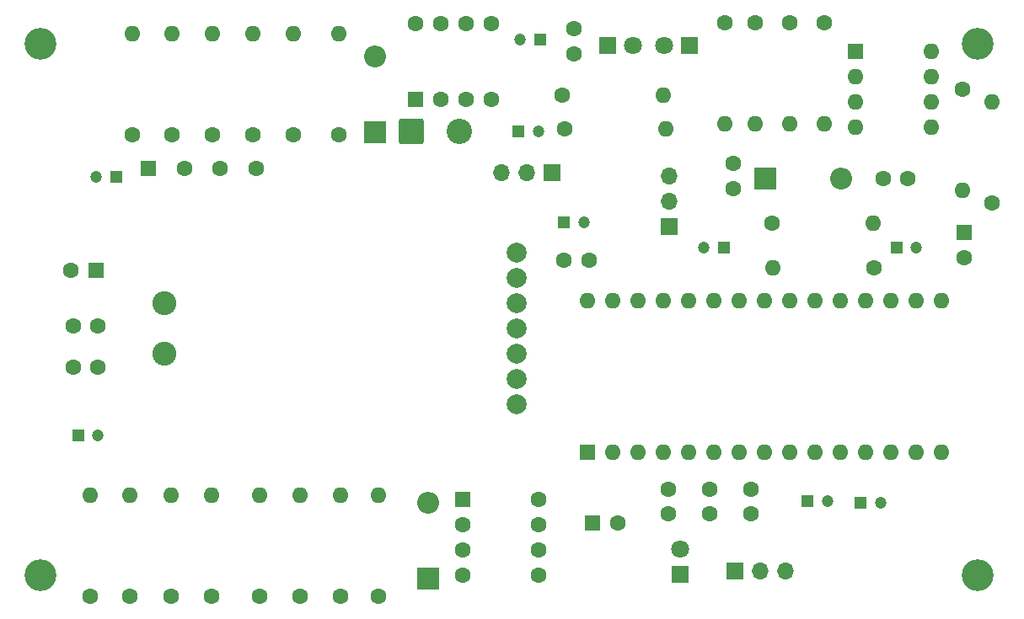
<source format=gts>
%TF.GenerationSoftware,KiCad,Pcbnew,9.0.0*%
%TF.CreationDate,2025-03-25T19:27:29-07:00*%
%TF.ProjectId,Speedometer,53706565-646f-46d6-9574-65722e6b6963,v1*%
%TF.SameCoordinates,Original*%
%TF.FileFunction,Soldermask,Top*%
%TF.FilePolarity,Negative*%
%FSLAX46Y46*%
G04 Gerber Fmt 4.6, Leading zero omitted, Abs format (unit mm)*
G04 Created by KiCad (PCBNEW 9.0.0) date 2025-03-25 19:27:29*
%MOMM*%
%LPD*%
G01*
G04 APERTURE LIST*
G04 Aperture macros list*
%AMRoundRect*
0 Rectangle with rounded corners*
0 $1 Rounding radius*
0 $2 $3 $4 $5 $6 $7 $8 $9 X,Y pos of 4 corners*
0 Add a 4 corners polygon primitive as box body*
4,1,4,$2,$3,$4,$5,$6,$7,$8,$9,$2,$3,0*
0 Add four circle primitives for the rounded corners*
1,1,$1+$1,$2,$3*
1,1,$1+$1,$4,$5*
1,1,$1+$1,$6,$7*
1,1,$1+$1,$8,$9*
0 Add four rect primitives between the rounded corners*
20,1,$1+$1,$2,$3,$4,$5,0*
20,1,$1+$1,$4,$5,$6,$7,0*
20,1,$1+$1,$6,$7,$8,$9,0*
20,1,$1+$1,$8,$9,$2,$3,0*%
G04 Aperture macros list end*
%ADD10C,3.200000*%
%ADD11O,1.600000X1.600000*%
%ADD12C,1.600000*%
%ADD13RoundRect,0.250000X-0.550000X-0.550000X0.550000X-0.550000X0.550000X0.550000X-0.550000X0.550000X0*%
%ADD14R,1.700000X1.700000*%
%ADD15O,1.700000X1.700000*%
%ADD16R,2.200000X2.200000*%
%ADD17O,2.200000X2.200000*%
%ADD18R,1.800000X1.800000*%
%ADD19C,1.800000*%
%ADD20R,1.600000X1.600000*%
%ADD21R,1.200000X1.200000*%
%ADD22C,1.200000*%
%ADD23RoundRect,0.250000X0.550000X-0.550000X0.550000X0.550000X-0.550000X0.550000X-0.550000X-0.550000X0*%
%ADD24RoundRect,0.249999X-1.025001X-1.025001X1.025001X-1.025001X1.025001X1.025001X-1.025001X1.025001X0*%
%ADD25C,2.550000*%
%ADD26C,2.004000*%
%ADD27C,2.404000*%
G04 APERTURE END LIST*
D10*
%TO.C,H3*%
X158600000Y-51200000D03*
%TD*%
%TO.C,H2*%
X158600000Y-104600000D03*
%TD*%
%TO.C,H1*%
X64400000Y-51200000D03*
%TD*%
D11*
%TO.C,R8*%
X69450000Y-96600000D03*
D12*
X69450000Y-106760000D03*
%TD*%
D11*
%TO.C,R18*%
X81600000Y-96600000D03*
D12*
X81600000Y-106760000D03*
%TD*%
D11*
%TO.C,R16*%
X77550000Y-96600000D03*
D12*
X77550000Y-106760000D03*
%TD*%
D11*
%TO.C,R23*%
X94550000Y-96600000D03*
D12*
X94550000Y-106760000D03*
%TD*%
D11*
%TO.C,R19*%
X86450000Y-96600000D03*
D12*
X86450000Y-106760000D03*
%TD*%
D11*
%TO.C,R24*%
X73400000Y-96600000D03*
D12*
X73400000Y-106760000D03*
%TD*%
D11*
%TO.C,R22*%
X90500000Y-96600000D03*
D12*
X90500000Y-106760000D03*
%TD*%
D11*
%TO.C,R10*%
X98400000Y-96600000D03*
D12*
X98400000Y-106760000D03*
%TD*%
D13*
%TO.C,U6*%
X106795000Y-96990000D03*
D12*
X106795000Y-99530000D03*
X106795000Y-102070000D03*
X106795000Y-104610000D03*
X114415000Y-104610000D03*
X114415000Y-102070000D03*
X114415000Y-99530000D03*
X114415000Y-96990000D03*
%TD*%
D14*
%TO.C,U4*%
X134220000Y-104220000D03*
D15*
X136760000Y-104220000D03*
X139300000Y-104220000D03*
%TD*%
D16*
%TO.C,D6*%
X103400000Y-105020000D03*
D17*
X103400000Y-97400000D03*
%TD*%
D18*
%TO.C,D5*%
X128660000Y-104580000D03*
D19*
X128660000Y-102040000D03*
%TD*%
D20*
%TO.C,C21*%
X119900000Y-99400000D03*
D12*
X122400000Y-99400000D03*
%TD*%
%TO.C,C20*%
X135800000Y-98500000D03*
X135800000Y-96000000D03*
%TD*%
%TO.C,C18*%
X131650000Y-98500000D03*
X131650000Y-96000000D03*
%TD*%
%TO.C,C13*%
X127500000Y-98500000D03*
X127500000Y-96000000D03*
%TD*%
D21*
%TO.C,C12*%
X146800000Y-97400000D03*
D22*
X148800000Y-97400000D03*
%TD*%
D21*
%TO.C,C9*%
X141500000Y-97200000D03*
D22*
X143500000Y-97200000D03*
%TD*%
D21*
%TO.C,C7*%
X68200000Y-90600000D03*
D22*
X70200000Y-90600000D03*
%TD*%
D18*
%TO.C,D1*%
X129600000Y-51400000D03*
D19*
X127060000Y-51400000D03*
%TD*%
D12*
%TO.C,C14*%
X70200000Y-79550000D03*
X67700000Y-79550000D03*
%TD*%
%TO.C,C2*%
X117000000Y-73000000D03*
X119500000Y-73000000D03*
%TD*%
%TO.C,C11*%
X70200000Y-83700000D03*
X67700000Y-83700000D03*
%TD*%
D21*
%TO.C,C15*%
X114600000Y-50800000D03*
D22*
X112600000Y-50800000D03*
%TD*%
D23*
%TO.C,U5*%
X102120000Y-56820000D03*
D12*
X104660000Y-56820000D03*
X107200000Y-56820000D03*
X109740000Y-56820000D03*
X109740000Y-49200000D03*
X107200000Y-49200000D03*
X104660000Y-49200000D03*
X102120000Y-49200000D03*
%TD*%
%TO.C,R1*%
X133181046Y-49094564D03*
D11*
X133181046Y-59254564D03*
%TD*%
D12*
%TO.C,R11*%
X94400000Y-60360000D03*
D11*
X94400000Y-50200000D03*
%TD*%
D12*
%TO.C,R3*%
X139681046Y-49094564D03*
D11*
X139681046Y-59254564D03*
%TD*%
D20*
%TO.C,UNIT_2*%
X119340000Y-92240000D03*
D11*
X121880000Y-92240000D03*
X124420000Y-92240000D03*
X126960000Y-92240000D03*
X129500000Y-92240000D03*
X132040000Y-92240000D03*
X134580000Y-92240000D03*
X137120000Y-92240000D03*
X139660000Y-92240000D03*
X142200000Y-92240000D03*
X144740000Y-92240000D03*
X147280000Y-92240000D03*
X149820000Y-92240000D03*
X152360000Y-92240000D03*
X154900000Y-92240000D03*
X154900000Y-77000000D03*
X152360000Y-77000000D03*
X149820000Y-77000000D03*
X147280000Y-77000000D03*
X144740000Y-77000000D03*
X142200000Y-77000000D03*
X139660000Y-77000000D03*
X137120000Y-77000000D03*
X134580000Y-77000000D03*
X132040000Y-77000000D03*
X129500000Y-77000000D03*
X126960000Y-77000000D03*
X124420000Y-77000000D03*
X121880000Y-77000000D03*
X119340000Y-77000000D03*
%TD*%
D21*
%TO.C,C1*%
X117000000Y-69200000D03*
D22*
X119000000Y-69200000D03*
%TD*%
D12*
%TO.C,R13*%
X116800000Y-56400000D03*
D11*
X126960000Y-56400000D03*
%TD*%
D12*
%TO.C,R7*%
X137885988Y-69238035D03*
D11*
X148045988Y-69238035D03*
%TD*%
D12*
%TO.C,R12*%
X77650000Y-60360000D03*
D11*
X77650000Y-50200000D03*
%TD*%
D12*
%TO.C,C3*%
X134045988Y-63238035D03*
X134045988Y-65738035D03*
%TD*%
%TO.C,R2*%
X136181046Y-49094564D03*
D11*
X136181046Y-59254564D03*
%TD*%
D10*
%TO.C,H4*%
X64400000Y-104600000D03*
%TD*%
D12*
%TO.C,R5*%
X160000000Y-67200000D03*
D11*
X160000000Y-57040000D03*
%TD*%
D12*
%TO.C,R20*%
X89800000Y-60360000D03*
D11*
X89800000Y-50200000D03*
%TD*%
D21*
%TO.C,C6*%
X150400000Y-71738035D03*
D22*
X152400000Y-71738035D03*
%TD*%
D24*
%TO.C,J1*%
X101700000Y-60000000D03*
D25*
X106500000Y-60000000D03*
%TD*%
D12*
%TO.C,C17*%
X118000000Y-52200000D03*
X118000000Y-49700000D03*
%TD*%
%TO.C,R6*%
X157000000Y-55800000D03*
D11*
X157000000Y-65960000D03*
%TD*%
D12*
%TO.C,R15*%
X117040000Y-59800000D03*
D11*
X127200000Y-59800000D03*
%TD*%
D13*
%TO.C,J2*%
X75250000Y-63750000D03*
D12*
X78850000Y-63750000D03*
X82450000Y-63750000D03*
X86050000Y-63750000D03*
%TD*%
%TO.C,C4*%
X149065988Y-64738035D03*
X151565988Y-64738035D03*
%TD*%
D16*
%TO.C,D4*%
X98000000Y-60110000D03*
D17*
X98000000Y-52490000D03*
%TD*%
D20*
%TO.C,U2*%
X146245988Y-51938035D03*
D11*
X146245988Y-54478035D03*
X146245988Y-57018035D03*
X146245988Y-59558035D03*
X153865988Y-59558035D03*
X153865988Y-57018035D03*
X153865988Y-54478035D03*
X153865988Y-51938035D03*
%TD*%
D20*
%TO.C,C5*%
X157200000Y-70200000D03*
D12*
X157200000Y-72700000D03*
%TD*%
D16*
%TO.C,D2*%
X137235988Y-64738035D03*
D17*
X144855988Y-64738035D03*
%TD*%
D12*
%TO.C,R9*%
X148125988Y-73738035D03*
D11*
X137965988Y-73738035D03*
%TD*%
D21*
%TO.C,C16*%
X112427401Y-60000000D03*
D22*
X114427401Y-60000000D03*
%TD*%
D14*
%TO.C,U1*%
X127600000Y-69600000D03*
D15*
X127600000Y-67060000D03*
X127600000Y-64520000D03*
%TD*%
D12*
%TO.C,R4*%
X143181046Y-49094564D03*
D11*
X143181046Y-59254564D03*
%TD*%
D14*
%TO.C,U3*%
X115800000Y-64200000D03*
D15*
X113260000Y-64200000D03*
X110720000Y-64200000D03*
%TD*%
D21*
%TO.C,C8*%
X133045988Y-71738035D03*
D22*
X131045988Y-71738035D03*
%TD*%
D21*
%TO.C,C10*%
X72000000Y-64600000D03*
D22*
X70000000Y-64600000D03*
%TD*%
D20*
%TO.C,C19*%
X70000000Y-74000000D03*
D12*
X67500000Y-74000000D03*
%TD*%
D26*
%TO.C,UNIT_1*%
X112260000Y-87470000D03*
X112260000Y-84930000D03*
X112260000Y-82390000D03*
X112260000Y-79850000D03*
X112260000Y-77310000D03*
X112260000Y-74770000D03*
X112260000Y-72230000D03*
D27*
X76820000Y-82370000D03*
X76840000Y-77290000D03*
%TD*%
D12*
%TO.C,R17*%
X85750000Y-60360000D03*
D11*
X85750000Y-50200000D03*
%TD*%
D12*
%TO.C,R14*%
X81700000Y-60360000D03*
D11*
X81700000Y-50200000D03*
%TD*%
D12*
%TO.C,R21*%
X73600000Y-60360000D03*
D11*
X73600000Y-50200000D03*
%TD*%
D18*
%TO.C,D3*%
X121400000Y-51400000D03*
D19*
X123940000Y-51400000D03*
%TD*%
M02*

</source>
